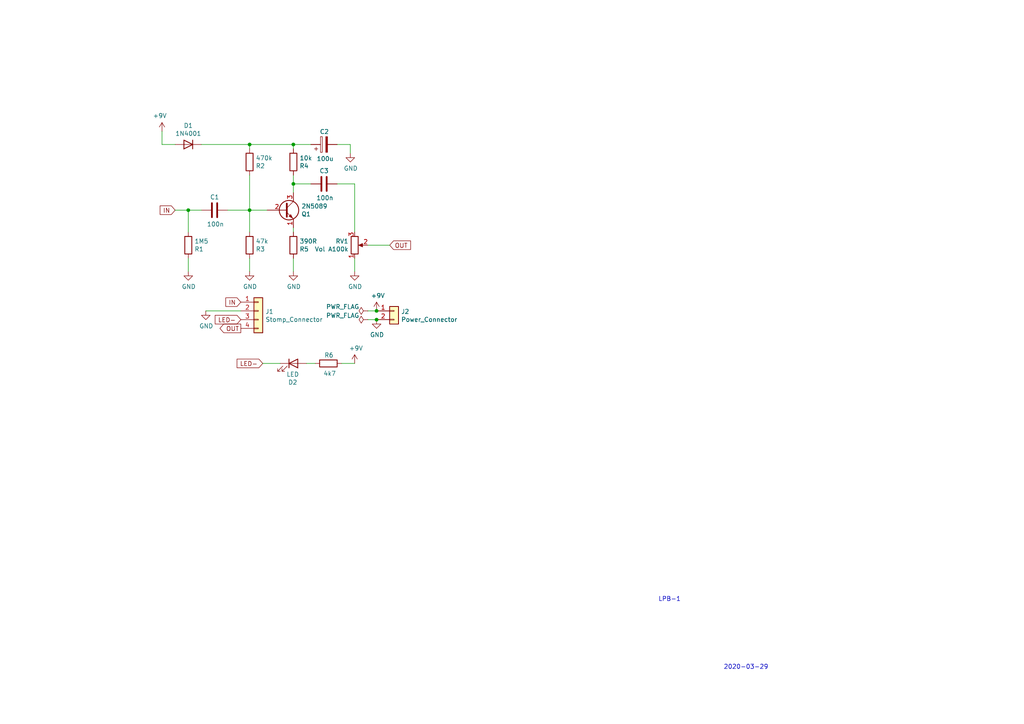
<source format=kicad_sch>
(kicad_sch (version 20211123) (generator eeschema)
  (paper "A4")
  (lib_symbols
    (symbol "Device:C" (pin_numbers hide) (pin_names (offset 0.254))
      (property "Reference" "C" (at 0.635 2.54 0))
      (property "Value" "C" (at 0.635 -2.54 0))
      (symbol "C_0_1"
        (polyline (pts (xy -2.032 -0.762) (xy 2.032 -0.762)) (stroke (width 0.508)))
        (polyline (pts (xy -2.032 0.762) (xy 2.032 0.762)) (stroke (width 0.508)))
      )
      (symbol "C_1_1"
        (pin passive line (at 0 3.81 270) (length 2.794) (name "~") (number "1"))
        (pin passive line (at 0 -3.81 90) (length 2.794) (name "~") (number "2"))
      )
    )
    (symbol "Device:CP" (pin_numbers hide) (pin_names (offset 0.254))
      (property "Reference" "C" (at 0.635 2.54 0))
      (property "Value" "Device_CP" (at 0.635 -2.54 0))
      (symbol "CP_0_1"
        (rectangle (start -2.286 0.508) (end 2.286 1.016))
        (polyline (pts (xy -1.778 2.286) (xy -0.762 2.286)))
        (polyline (pts (xy -1.27 2.794) (xy -1.27 1.778)))
        (rectangle (start 2.286 -0.508) (end -2.286 -1.016) (fill (type outline)))
      )
      (symbol "CP_1_1"
        (pin passive line (at 0 3.81 270) (length 2.794) (name "~") (number "1"))
        (pin passive line (at 0 -3.81 90) (length 2.794) (name "~") (number "2"))
      )
    )
    (symbol "Device:LED" (pin_numbers hide) (pin_names (offset 1.016) hide)
      (property "Reference" "D" (at 0 2.54 0))
      (property "Value" "LED" (at 0 -2.54 0))
      (symbol "LED_0_1"
        (polyline (pts (xy -1.27 -1.27) (xy -1.27 1.27)) (stroke (width 0.254)))
        (polyline (pts (xy -1.27 0) (xy 1.27 0)))
        (polyline (pts (xy 1.27 -1.27) (xy 1.27 1.27) (xy -1.27 0) (xy 1.27 -1.27)) (stroke (width 0.254)))
        (polyline (pts (xy -3.048 -0.762) (xy -4.572 -2.286) (xy -3.81 -2.286) (xy -4.572 -2.286) (xy -4.572 -1.524)))
        (polyline (pts (xy -1.778 -0.762) (xy -3.302 -2.286) (xy -2.54 -2.286) (xy -3.302 -2.286) (xy -3.302 -1.524)))
      )
      (symbol "LED_1_1"
        (pin passive line (at -3.81 0 0) (length 2.54) (name "K") (number "1"))
        (pin passive line (at 3.81 0 180) (length 2.54) (name "A") (number "2"))
      )
    )
    (symbol "Device:R" (pin_numbers hide) (pin_names (offset 0))
      (property "Reference" "R" (at 2.032 0 90))
      (property "Value" "R" (at 0 0 90))
      (symbol "R_0_1"
        (rectangle (start -1.016 -2.54) (end 1.016 2.54) (stroke (width 0.254)))
      )
      (symbol "R_1_1"
        (pin passive line (at 0 3.81 270) (length 1.27) (name "~") (number "1"))
        (pin passive line (at 0 -3.81 90) (length 1.27) (name "~") (number "2"))
      )
    )
    (symbol "Device:R_POT" (pin_names (offset 1.016) hide)
      (property "Reference" "RV" (at -4.445 0 90))
      (property "Value" "Device_R_POT" (at -2.54 0 90))
      (symbol "R_POT_0_1"
        (polyline (pts (xy 2.54 0) (xy 1.524 0)))
        (polyline (pts (xy 1.143 0) (xy 2.286 0.508) (xy 2.286 -0.508) (xy 1.143 0)) (fill (type outline)))
        (rectangle (start 1.016 2.54) (end -1.016 -2.54) (stroke (width 0.254)))
      )
      (symbol "R_POT_1_1"
        (pin passive line (at 0 3.81 270) (length 1.27) (name "1") (number "1"))
        (pin passive line (at 3.81 0 180) (length 1.27) (name "2") (number "2"))
        (pin passive line (at 0 -3.81 90) (length 1.27) (name "3") (number "3"))
      )
    )
    (symbol "Diode:1N4001" (pin_numbers hide) (pin_names (offset 1.016) hide)
      (property "Reference" "D" (at 0 2.54 0))
      (property "Value" "1N4001" (at 0 -2.54 0))
      (symbol "1N4001_0_1"
        (polyline (pts (xy -1.27 1.27) (xy -1.27 -1.27)) (stroke (width 0.254)))
        (polyline (pts (xy 1.27 0) (xy -1.27 0)))
        (polyline (pts (xy 1.27 1.27) (xy 1.27 -1.27) (xy -1.27 0) (xy 1.27 1.27)) (stroke (width 0.254)))
      )
      (symbol "1N4001_1_1"
        (pin passive line (at -3.81 0 0) (length 2.54) (name "K") (number "1"))
        (pin passive line (at 3.81 0 180) (length 2.54) (name "A") (number "2"))
      )
    )
    (symbol "power:+9V" (power) (pin_names (offset 0))
      (property "Value" "+9V" (at 0 3.556 0))
      (symbol "+9V_0_1"
        (polyline (pts (xy -0.762 1.27) (xy 0 2.54)))
        (polyline (pts (xy 0 0) (xy 0 2.54)))
        (polyline (pts (xy 0 2.54) (xy 0.762 1.27)))
      )
      (symbol "+9V_1_1"
        (pin power_in line (at 0 0 90) (length 0) hide (name "+9V") (number "1"))
      )
    )
    (symbol "power:GND" (power) (pin_names (offset 0))
      (property "Value" "GND" (at 0 -3.81 0))
      (symbol "GND_0_1"
        (polyline (pts (xy 0 0) (xy 0 -1.27) (xy 1.27 -1.27) (xy 0 -2.54) (xy -1.27 -1.27) (xy 0 -1.27)))
      )
      (symbol "GND_1_1"
        (pin power_in line (at 0 0 270) (length 0) hide (name "GND") (number "1"))
      )
    )
    (symbol "power:PWR_FLAG" (power) (pin_numbers hide) (pin_names (offset 0) hide)
      (property "Value" "PWR_FLAG" (at 0 3.81 0))
      (symbol "PWR_FLAG_0_0"
        (pin power_out line (at 0 0 90) (length 0) (name "pwr") (number "1"))
      )
      (symbol "PWR_FLAG_0_1"
        (polyline (pts (xy 0 0) (xy 0 1.27) (xy -1.016 1.905) (xy 0 2.54) (xy 1.016 1.905) (xy 0 1.27)))
      )
    )
    (symbol "rockola_kicad_symbols:Power_Connector" (pin_names (offset 1.016) hide)
      (property "Reference" "J" (at 0 2.54 0))
      (property "Value" "rockola_kicad_symbols_Power_Connector" (at 0 -5.08 0))
      (symbol "Power_Connector_1_1"
        (rectangle (start -1.27 -2.413) (end 0 -2.667) (stroke (width 0.1524)))
        (rectangle (start -1.27 0.127) (end 0 -0.127) (stroke (width 0.1524)))
        (rectangle (start -1.27 1.27) (end 1.27 -3.81) (stroke (width 0.254)) (fill (type background)))
        (pin passive line (at -5.08 0 0) (length 3.81) (name "PWR") (number "1"))
        (pin passive line (at -5.08 -2.54 0) (length 3.81) (name "GND") (number "2"))
      )
    )
    (symbol "rockola_kicad_symbols:Stomp_Connector" (pin_names (offset 1.016) hide)
      (property "Reference" "J" (at 0 5.08 0))
      (property "Value" "rockola_kicad_symbols_Stomp_Connector" (at 0 -7.62 0))
      (symbol "Stomp_Connector_1_1"
        (rectangle (start -1.27 -4.953) (end 0 -5.207) (stroke (width 0.1524)))
        (rectangle (start -1.27 -2.413) (end 0 -2.667) (stroke (width 0.1524)))
        (rectangle (start -1.27 0.127) (end 0 -0.127) (stroke (width 0.1524)))
        (rectangle (start -1.27 2.667) (end 0 2.413) (stroke (width 0.1524)))
        (rectangle (start -1.27 3.81) (end 1.27 -6.35) (stroke (width 0.254)) (fill (type background)))
        (pin passive line (at -5.08 2.54 0) (length 3.81) (name "IN") (number "1"))
        (pin passive line (at -5.08 0 0) (length 3.81) (name "GND") (number "2"))
        (pin passive line (at -5.08 -2.54 0) (length 3.81) (name "SW") (number "3"))
        (pin passive line (at -5.08 -5.08 0) (length 3.81) (name "OUT") (number "4"))
      )
    )
    (symbol "rockola_kicad_symbols:Transistor_NPN_EBC" (pin_names (offset 0) hide)
      (property "Reference" "Q" (at 5.08 1.27 0))
      (property "Value" "rockola_kicad_symbols_Transistor_NPN_EBC" (at 5.08 -1.27 0))
      (symbol "Transistor_NPN_EBC_0_1"
        (polyline (pts (xy 0.635 0.635) (xy 2.54 2.54)))
        (polyline (pts (xy 0.635 -0.635) (xy 2.54 -2.54) (xy 2.54 -2.54)))
        (polyline (pts (xy 0.635 1.905) (xy 0.635 -1.905) (xy 0.635 -1.905)) (stroke (width 0.508)))
        (polyline (pts (xy 1.27 -1.778) (xy 1.778 -1.27) (xy 2.286 -2.286) (xy 1.27 -1.778) (xy 1.27 -1.778)) (fill (type outline)))
        (circle (center 1.27 0) (radius 2.8194) (stroke (width 0.254)))
      )
      (symbol "Transistor_NPN_EBC_1_1"
        (pin passive line (at 2.54 -5.08 90) (length 2.54) (name "E") (number "1"))
        (pin passive line (at -5.08 0 0) (length 5.715) (name "B") (number "2"))
        (pin passive line (at 2.54 5.08 270) (length 2.54) (name "C") (number "3"))
      )
    )
  )
  (junction (at 54.61 60.96))
  (junction (at 109.22 92.71))
  (junction (at 109.22 90.17))
  (junction (at 72.39 41.91))
  (junction (at 72.39 60.96))
  (junction (at 85.09 53.34))
  (junction (at 85.09 41.91))
  (wire (pts (xy 85.09 74.93) (xy 85.09 78.74)))
  (wire (pts (xy 72.39 74.93) (xy 72.39 78.74)))
  (wire (pts (xy 72.39 60.96) (xy 77.47 60.96)))
  (wire (pts (xy 72.39 67.31) (xy 72.39 60.96)))
  (wire (pts (xy 99.06 105.41) (xy 102.87 105.41)))
  (wire (pts (xy 85.09 41.91) (xy 85.09 43.18)))
  (wire (pts (xy 102.87 53.34) (xy 97.79 53.34)))
  (wire (pts (xy 102.87 74.93) (xy 102.87 78.74)))
  (wire (pts (xy 72.39 50.8) (xy 72.39 60.96)))
  (wire (pts (xy 85.09 53.34) (xy 85.09 55.88)))
  (wire (pts (xy 101.6 41.91) (xy 101.6 44.45)))
  (wire (pts (xy 106.68 92.71) (xy 109.22 92.71)))
  (wire (pts (xy 58.42 41.91) (xy 72.39 41.91)))
  (wire (pts (xy 72.39 41.91) (xy 72.39 43.18)))
  (wire (pts (xy 85.09 41.91) (xy 90.17 41.91)))
  (wire (pts (xy 76.2 105.41) (xy 81.28 105.41)))
  (wire (pts (xy 46.99 38.1) (xy 46.99 41.91)))
  (wire (pts (xy 88.9 105.41) (xy 91.44 105.41)))
  (wire (pts (xy 85.09 50.8) (xy 85.09 53.34)))
  (wire (pts (xy 106.68 71.12) (xy 113.03 71.12)))
  (wire (pts (xy 59.69 90.17) (xy 69.85 90.17)))
  (wire (pts (xy 106.68 90.17) (xy 109.22 90.17)))
  (wire (pts (xy 72.39 41.91) (xy 85.09 41.91)))
  (wire (pts (xy 54.61 74.93) (xy 54.61 78.74)))
  (wire (pts (xy 85.09 53.34) (xy 90.17 53.34)))
  (wire (pts (xy 46.99 41.91) (xy 50.8 41.91)))
  (wire (pts (xy 50.8 60.96) (xy 54.61 60.96)))
  (wire (pts (xy 66.04 60.96) (xy 72.39 60.96)))
  (wire (pts (xy 85.09 66.04) (xy 85.09 67.31)))
  (wire (pts (xy 102.87 67.31) (xy 102.87 53.34)))
  (wire (pts (xy 54.61 60.96) (xy 58.42 60.96)))
  (wire (pts (xy 97.79 41.91) (xy 101.6 41.91)))
  (wire (pts (xy 54.61 60.96) (xy 54.61 67.31)))
  (text "2020-03-29" (at 222.885 194.31 180) (effects (font (size 1.27 1.27)) (justify right bottom)))
  (text "LPB-1" (at 197.485 174.625 180) (effects (font (size 1.27 1.27)) (justify right bottom)))
  (global_label "IN" (shape input) (at 50.8 60.96 180) (property "Intersheet References" "${INTERSHEET_REFS}" (effects hide)))
  (global_label "OUT" (shape output) (at 69.85 95.25 180) (property "Intersheet References" "${INTERSHEET_REFS}" (effects hide)))
  (global_label "LED-" (shape input) (at 69.85 92.71 180) (property "Intersheet References" "${INTERSHEET_REFS}" (effects hide)))
  (global_label "IN" (shape input) (at 69.85 87.63 180) (property "Intersheet References" "${INTERSHEET_REFS}" (effects hide)))
  (global_label "LED-" (shape input) (at 76.2 105.41 180) (property "Intersheet References" "${INTERSHEET_REFS}" (effects hide)))
  (global_label "OUT" (shape input) (at 113.03 71.12 0) (property "Intersheet References" "${INTERSHEET_REFS}" (effects hide)))
  (symbol (lib_id "rockola_kicad_symbols:Stomp_Connector") (at 74.93 90.17 0) (unit 1)
    (property "Reference" "J1" (at 76.962 90.3732 0) (effects (justify left)))
    (property "Value" "Stomp_Connector" (at 76.962 92.6846 0) (effects (justify left)))
    (property "Footprint" "rockola_kicad_footprints:Stomp_4pin" (effects hide))
  )
  (symbol (lib_id "power:GND") (at 59.69 90.17 0) (unit 1)
    (property "Reference" "#PWR01" (effects hide))
    (property "Value" "GND" (at 59.817 94.5642 0))
  )
  (symbol (lib_id "rockola_kicad_symbols:Power_Connector") (at 114.3 90.17 0) (unit 1)
    (property "Reference" "J2" (at 116.332 90.3732 0) (effects (justify left)))
    (property "Value" "Power_Connector" (at 116.332 92.6846 0) (effects (justify left)))
    (property "Footprint" "rockola_kicad_footprints:Power_Header_2pin_TOP" (effects hide))
  )
  (symbol (lib_id "power:+9V") (at 109.22 90.17 0) (unit 1)
    (property "Reference" "#PWR02" (effects hide))
    (property "Value" "+9V" (at 109.601 85.7758 0))
  )
  (symbol (lib_id "power:GND") (at 109.22 92.71 0) (unit 1)
    (property "Reference" "#PWR03" (effects hide))
    (property "Value" "GND" (at 109.347 97.1042 0))
  )
  (symbol (lib_id "power:PWR_FLAG") (at 106.68 92.71 90) (unit 1)
    (property "Reference" "#FLG02" (effects hide))
    (property "Value" "PWR_FLAG" (at 104.2162 91.5162 90) (effects (justify left)))
  )
  (symbol (lib_id "power:PWR_FLAG") (at 106.68 90.17 90) (unit 1)
    (property "Reference" "#FLG01" (effects hide))
    (property "Value" "PWR_FLAG" (at 104.2162 88.9762 90) (effects (justify left)))
  )
  (symbol (lib_id "rockola_kicad_symbols:Transistor_NPN_EBC") (at 82.55 60.96 0) (unit 1)
    (property "Reference" "Q1" (at 87.4014 62.103 0) (effects (justify left)))
    (property "Value" "2N5089" (at 87.4014 59.817 0) (effects (justify left)))
    (property "Footprint" "rockola_kicad_footprints:TO92_EBC" (effects hide))
  )
  (symbol (lib_id "Device:R") (at 85.09 71.12 0) (unit 1)
    (property "Reference" "R5" (at 86.868 72.263 0) (effects (justify left)))
    (property "Value" "390R" (at 86.868 69.977 0) (effects (justify left)))
    (property "Footprint" "rockola_kicad_footprints:R_DIN0207" (effects hide))
  )
  (symbol (lib_id "Device:C") (at 93.98 53.34 90) (unit 1)
    (property "Reference" "C3" (at 94.0054 49.5554 90))
    (property "Value" "100n" (at 94.234 57.404 90))
    (property "Footprint" "rockola_kicad_footprints:C_Box_7.2_2.5" (effects hide))
  )
  (symbol (lib_id "Device:R") (at 85.09 46.99 0) (unit 1)
    (property "Reference" "R4" (at 86.868 48.133 0) (effects (justify left)))
    (property "Value" "10k" (at 86.868 45.847 0) (effects (justify left)))
    (property "Footprint" "rockola_kicad_footprints:R_DIN0207" (effects hide))
  )
  (symbol (lib_id "Device:R") (at 72.39 71.12 0) (unit 1)
    (property "Reference" "R3" (at 74.168 72.263 0) (effects (justify left)))
    (property "Value" "47k" (at 74.168 69.977 0) (effects (justify left)))
    (property "Footprint" "rockola_kicad_footprints:R_DIN0207" (effects hide))
  )
  (symbol (lib_id "Device:R") (at 72.39 46.99 0) (unit 1)
    (property "Reference" "R2" (at 74.168 48.133 0) (effects (justify left)))
    (property "Value" "470k" (at 74.168 45.847 0) (effects (justify left)))
    (property "Footprint" "rockola_kicad_footprints:R_DIN0207" (effects hide))
  )
  (symbol (lib_id "Diode:1N4001") (at 54.61 41.91 180) (unit 1)
    (property "Reference" "D1" (at 54.61 36.4236 0))
    (property "Value" "1N4001" (at 54.61 38.735 0))
    (property "Footprint" "Diode_THT:D_DO-41_SOD81_P10.16mm_Horizontal" (effects hide))
    (property "Datasheet" "http://www.vishay.com/docs/88503/1n4001.pdf" (effects hide))
  )
  (symbol (lib_id "power:+9V") (at 46.99 38.1 0) (unit 1)
    (property "Reference" "#PWR04" (effects hide))
    (property "Value" "+9V" (at 46.355 33.5788 0))
  )
  (symbol (lib_id "Device:R") (at 54.61 71.12 0) (unit 1)
    (property "Reference" "R1" (at 56.388 72.263 0) (effects (justify left)))
    (property "Value" "1M5" (at 56.388 69.977 0) (effects (justify left)))
    (property "Footprint" "rockola_kicad_footprints:R_DIN0207" (effects hide))
  )
  (symbol (lib_id "Device:C") (at 62.23 60.96 90) (unit 1)
    (property "Reference" "C1" (at 62.2554 57.1754 90))
    (property "Value" "100n" (at 62.484 65.024 90))
    (property "Footprint" "rockola_kicad_footprints:C_Box_7.2_2.5" (effects hide))
  )
  (symbol (lib_id "power:GND") (at 85.09 78.74 0) (unit 1)
    (property "Reference" "#PWR07" (effects hide))
    (property "Value" "GND" (at 85.217 83.1342 0))
  )
  (symbol (lib_id "power:GND") (at 72.39 78.74 0) (unit 1)
    (property "Reference" "#PWR06" (effects hide))
    (property "Value" "GND" (at 72.517 83.1342 0))
  )
  (symbol (lib_id "power:GND") (at 54.61 78.74 0) (unit 1)
    (property "Reference" "#PWR05" (effects hide))
    (property "Value" "GND" (at 54.737 83.1342 0))
  )
  (symbol (lib_id "Device:CP") (at 93.98 41.91 90) (unit 1)
    (property "Reference" "C2" (at 94.0816 38.2016 90))
    (property "Value" "100u" (at 94.3102 46.0502 90))
    (property "Footprint" "Capacitor_THT:CP_Radial_D6.3mm_P2.50mm" (effects hide))
  )
  (symbol (lib_id "power:GND") (at 101.6 44.45 0) (unit 1)
    (property "Reference" "#PWR08" (effects hide))
    (property "Value" "GND" (at 101.727 48.8442 0))
  )
  (symbol (lib_id "Device:R_POT") (at 102.87 71.12 0) (mirror x) (unit 1)
    (property "Reference" "RV1" (at 101.092 69.977 0) (effects (justify right)))
    (property "Value" "Vol A100k" (at 101.092 72.263 0) (effects (justify right)))
    (property "Footprint" "rockola_kicad_footprints:16mm_BoardMount" (effects hide))
  )
  (symbol (lib_id "power:GND") (at 102.87 78.74 0) (unit 1)
    (property "Reference" "#PWR09" (effects hide))
    (property "Value" "GND" (at 102.997 83.1342 0))
  )
  (symbol (lib_id "Device:LED") (at 85.09 105.41 0) (unit 1)
    (property "Reference" "D2" (at 84.9122 110.8964 0))
    (property "Value" "LED" (at 84.9122 108.585 0))
    (property "Footprint" "LED_THT:LED_D3.0mm" (effects hide))
  )
  (symbol (lib_id "Device:R") (at 95.25 105.41 90) (unit 1)
    (property "Reference" "R6" (at 95.4024 103.0224 90))
    (property "Value" "4k7" (at 95.631 108.331 90))
    (property "Footprint" "rockola_kicad_footprints:R_DIN0207" (effects hide))
  )
  (symbol (lib_id "power:+9V") (at 102.87 105.41 0) (unit 1)
    (property "Reference" "#PWR010" (effects hide))
    (property "Value" "+9V" (at 103.251 101.0158 0))
  )
)
</source>
